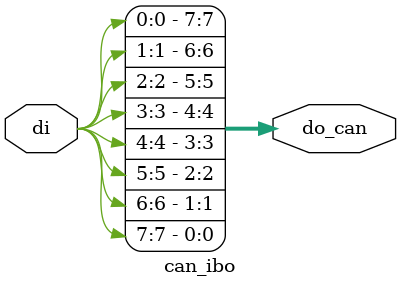
<source format=v>


module can_ibo
( 
  di,
  do_can
);

input   [7:0] di;
output  [7:0] do_can;

assign do_can[0] = di[7];
assign do_can[1] = di[6];
assign do_can[2] = di[5];
assign do_can[3] = di[4];
assign do_can[4] = di[3];
assign do_can[5] = di[2];
assign do_can[6] = di[1];
assign do_can[7] = di[0];

endmodule

</source>
